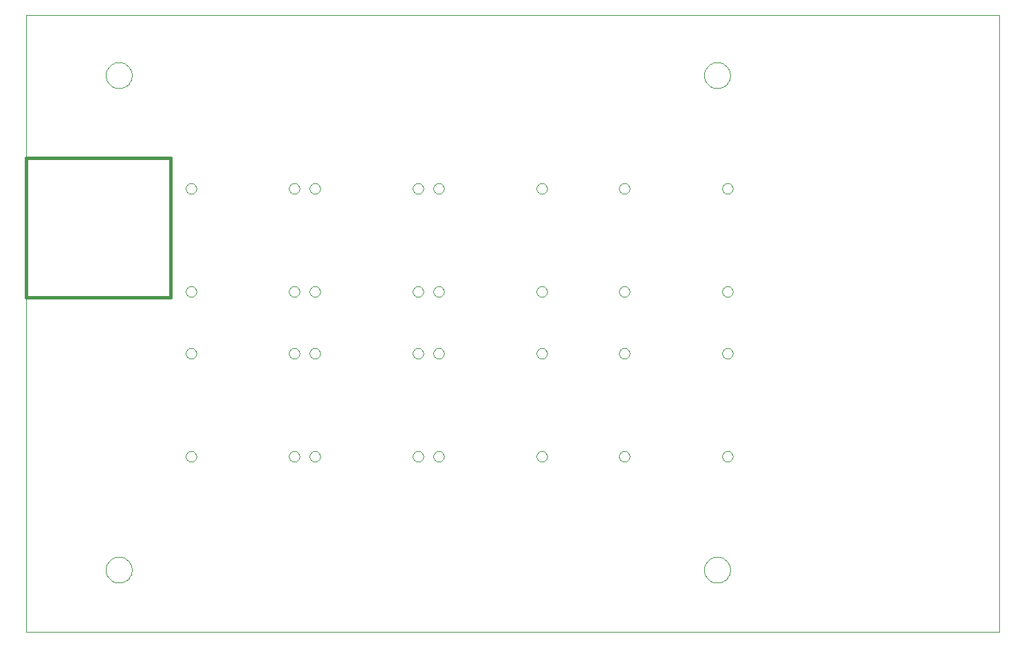
<source format=gtp>
G75*
G70*
%OFA0B0*%
%FSLAX24Y24*%
%IPPOS*%
%LPD*%
%AMOC8*
5,1,8,0,0,1.08239X$1,22.5*
%
%ADD10C,0.0000*%
%ADD11C,0.0160*%
D10*
X000180Y000180D02*
X000180Y016400D01*
X000180Y030101D01*
X047361Y030101D01*
X047361Y000180D01*
X000180Y000180D01*
X004050Y003180D02*
X004052Y003230D01*
X004058Y003280D01*
X004068Y003329D01*
X004082Y003377D01*
X004099Y003424D01*
X004120Y003469D01*
X004145Y003513D01*
X004173Y003554D01*
X004205Y003593D01*
X004239Y003630D01*
X004276Y003664D01*
X004316Y003694D01*
X004358Y003721D01*
X004402Y003745D01*
X004448Y003766D01*
X004495Y003782D01*
X004543Y003795D01*
X004593Y003804D01*
X004642Y003809D01*
X004693Y003810D01*
X004743Y003807D01*
X004792Y003800D01*
X004841Y003789D01*
X004889Y003774D01*
X004935Y003756D01*
X004980Y003734D01*
X005023Y003708D01*
X005064Y003679D01*
X005103Y003647D01*
X005139Y003612D01*
X005171Y003574D01*
X005201Y003534D01*
X005228Y003491D01*
X005251Y003447D01*
X005270Y003401D01*
X005286Y003353D01*
X005298Y003304D01*
X005306Y003255D01*
X005310Y003205D01*
X005310Y003155D01*
X005306Y003105D01*
X005298Y003056D01*
X005286Y003007D01*
X005270Y002959D01*
X005251Y002913D01*
X005228Y002869D01*
X005201Y002826D01*
X005171Y002786D01*
X005139Y002748D01*
X005103Y002713D01*
X005064Y002681D01*
X005023Y002652D01*
X004980Y002626D01*
X004935Y002604D01*
X004889Y002586D01*
X004841Y002571D01*
X004792Y002560D01*
X004743Y002553D01*
X004693Y002550D01*
X004642Y002551D01*
X004593Y002556D01*
X004543Y002565D01*
X004495Y002578D01*
X004448Y002594D01*
X004402Y002615D01*
X004358Y002639D01*
X004316Y002666D01*
X004276Y002696D01*
X004239Y002730D01*
X004205Y002767D01*
X004173Y002806D01*
X004145Y002847D01*
X004120Y002891D01*
X004099Y002936D01*
X004082Y002983D01*
X004068Y003031D01*
X004058Y003080D01*
X004052Y003130D01*
X004050Y003180D01*
X007924Y008680D02*
X007926Y008711D01*
X007932Y008742D01*
X007941Y008772D01*
X007954Y008801D01*
X007971Y008828D01*
X007991Y008852D01*
X008013Y008874D01*
X008039Y008893D01*
X008066Y008909D01*
X008095Y008921D01*
X008125Y008930D01*
X008156Y008935D01*
X008188Y008936D01*
X008219Y008933D01*
X008250Y008926D01*
X008280Y008916D01*
X008308Y008902D01*
X008334Y008884D01*
X008358Y008864D01*
X008379Y008840D01*
X008398Y008815D01*
X008413Y008787D01*
X008424Y008758D01*
X008432Y008727D01*
X008436Y008696D01*
X008436Y008664D01*
X008432Y008633D01*
X008424Y008602D01*
X008413Y008573D01*
X008398Y008545D01*
X008379Y008520D01*
X008358Y008496D01*
X008334Y008476D01*
X008308Y008458D01*
X008280Y008444D01*
X008250Y008434D01*
X008219Y008427D01*
X008188Y008424D01*
X008156Y008425D01*
X008125Y008430D01*
X008095Y008439D01*
X008066Y008451D01*
X008039Y008467D01*
X008013Y008486D01*
X007991Y008508D01*
X007971Y008532D01*
X007954Y008559D01*
X007941Y008588D01*
X007932Y008618D01*
X007926Y008649D01*
X007924Y008680D01*
X012924Y008680D02*
X012926Y008711D01*
X012932Y008742D01*
X012941Y008772D01*
X012954Y008801D01*
X012971Y008828D01*
X012991Y008852D01*
X013013Y008874D01*
X013039Y008893D01*
X013066Y008909D01*
X013095Y008921D01*
X013125Y008930D01*
X013156Y008935D01*
X013188Y008936D01*
X013219Y008933D01*
X013250Y008926D01*
X013280Y008916D01*
X013308Y008902D01*
X013334Y008884D01*
X013358Y008864D01*
X013379Y008840D01*
X013398Y008815D01*
X013413Y008787D01*
X013424Y008758D01*
X013432Y008727D01*
X013436Y008696D01*
X013436Y008664D01*
X013432Y008633D01*
X013424Y008602D01*
X013413Y008573D01*
X013398Y008545D01*
X013379Y008520D01*
X013358Y008496D01*
X013334Y008476D01*
X013308Y008458D01*
X013280Y008444D01*
X013250Y008434D01*
X013219Y008427D01*
X013188Y008424D01*
X013156Y008425D01*
X013125Y008430D01*
X013095Y008439D01*
X013066Y008451D01*
X013039Y008467D01*
X013013Y008486D01*
X012991Y008508D01*
X012971Y008532D01*
X012954Y008559D01*
X012941Y008588D01*
X012932Y008618D01*
X012926Y008649D01*
X012924Y008680D01*
X013924Y008680D02*
X013926Y008711D01*
X013932Y008742D01*
X013941Y008772D01*
X013954Y008801D01*
X013971Y008828D01*
X013991Y008852D01*
X014013Y008874D01*
X014039Y008893D01*
X014066Y008909D01*
X014095Y008921D01*
X014125Y008930D01*
X014156Y008935D01*
X014188Y008936D01*
X014219Y008933D01*
X014250Y008926D01*
X014280Y008916D01*
X014308Y008902D01*
X014334Y008884D01*
X014358Y008864D01*
X014379Y008840D01*
X014398Y008815D01*
X014413Y008787D01*
X014424Y008758D01*
X014432Y008727D01*
X014436Y008696D01*
X014436Y008664D01*
X014432Y008633D01*
X014424Y008602D01*
X014413Y008573D01*
X014398Y008545D01*
X014379Y008520D01*
X014358Y008496D01*
X014334Y008476D01*
X014308Y008458D01*
X014280Y008444D01*
X014250Y008434D01*
X014219Y008427D01*
X014188Y008424D01*
X014156Y008425D01*
X014125Y008430D01*
X014095Y008439D01*
X014066Y008451D01*
X014039Y008467D01*
X014013Y008486D01*
X013991Y008508D01*
X013971Y008532D01*
X013954Y008559D01*
X013941Y008588D01*
X013932Y008618D01*
X013926Y008649D01*
X013924Y008680D01*
X018924Y008680D02*
X018926Y008711D01*
X018932Y008742D01*
X018941Y008772D01*
X018954Y008801D01*
X018971Y008828D01*
X018991Y008852D01*
X019013Y008874D01*
X019039Y008893D01*
X019066Y008909D01*
X019095Y008921D01*
X019125Y008930D01*
X019156Y008935D01*
X019188Y008936D01*
X019219Y008933D01*
X019250Y008926D01*
X019280Y008916D01*
X019308Y008902D01*
X019334Y008884D01*
X019358Y008864D01*
X019379Y008840D01*
X019398Y008815D01*
X019413Y008787D01*
X019424Y008758D01*
X019432Y008727D01*
X019436Y008696D01*
X019436Y008664D01*
X019432Y008633D01*
X019424Y008602D01*
X019413Y008573D01*
X019398Y008545D01*
X019379Y008520D01*
X019358Y008496D01*
X019334Y008476D01*
X019308Y008458D01*
X019280Y008444D01*
X019250Y008434D01*
X019219Y008427D01*
X019188Y008424D01*
X019156Y008425D01*
X019125Y008430D01*
X019095Y008439D01*
X019066Y008451D01*
X019039Y008467D01*
X019013Y008486D01*
X018991Y008508D01*
X018971Y008532D01*
X018954Y008559D01*
X018941Y008588D01*
X018932Y008618D01*
X018926Y008649D01*
X018924Y008680D01*
X019924Y008680D02*
X019926Y008711D01*
X019932Y008742D01*
X019941Y008772D01*
X019954Y008801D01*
X019971Y008828D01*
X019991Y008852D01*
X020013Y008874D01*
X020039Y008893D01*
X020066Y008909D01*
X020095Y008921D01*
X020125Y008930D01*
X020156Y008935D01*
X020188Y008936D01*
X020219Y008933D01*
X020250Y008926D01*
X020280Y008916D01*
X020308Y008902D01*
X020334Y008884D01*
X020358Y008864D01*
X020379Y008840D01*
X020398Y008815D01*
X020413Y008787D01*
X020424Y008758D01*
X020432Y008727D01*
X020436Y008696D01*
X020436Y008664D01*
X020432Y008633D01*
X020424Y008602D01*
X020413Y008573D01*
X020398Y008545D01*
X020379Y008520D01*
X020358Y008496D01*
X020334Y008476D01*
X020308Y008458D01*
X020280Y008444D01*
X020250Y008434D01*
X020219Y008427D01*
X020188Y008424D01*
X020156Y008425D01*
X020125Y008430D01*
X020095Y008439D01*
X020066Y008451D01*
X020039Y008467D01*
X020013Y008486D01*
X019991Y008508D01*
X019971Y008532D01*
X019954Y008559D01*
X019941Y008588D01*
X019932Y008618D01*
X019926Y008649D01*
X019924Y008680D01*
X024924Y008680D02*
X024926Y008711D01*
X024932Y008742D01*
X024941Y008772D01*
X024954Y008801D01*
X024971Y008828D01*
X024991Y008852D01*
X025013Y008874D01*
X025039Y008893D01*
X025066Y008909D01*
X025095Y008921D01*
X025125Y008930D01*
X025156Y008935D01*
X025188Y008936D01*
X025219Y008933D01*
X025250Y008926D01*
X025280Y008916D01*
X025308Y008902D01*
X025334Y008884D01*
X025358Y008864D01*
X025379Y008840D01*
X025398Y008815D01*
X025413Y008787D01*
X025424Y008758D01*
X025432Y008727D01*
X025436Y008696D01*
X025436Y008664D01*
X025432Y008633D01*
X025424Y008602D01*
X025413Y008573D01*
X025398Y008545D01*
X025379Y008520D01*
X025358Y008496D01*
X025334Y008476D01*
X025308Y008458D01*
X025280Y008444D01*
X025250Y008434D01*
X025219Y008427D01*
X025188Y008424D01*
X025156Y008425D01*
X025125Y008430D01*
X025095Y008439D01*
X025066Y008451D01*
X025039Y008467D01*
X025013Y008486D01*
X024991Y008508D01*
X024971Y008532D01*
X024954Y008559D01*
X024941Y008588D01*
X024932Y008618D01*
X024926Y008649D01*
X024924Y008680D01*
X028924Y008680D02*
X028926Y008711D01*
X028932Y008742D01*
X028941Y008772D01*
X028954Y008801D01*
X028971Y008828D01*
X028991Y008852D01*
X029013Y008874D01*
X029039Y008893D01*
X029066Y008909D01*
X029095Y008921D01*
X029125Y008930D01*
X029156Y008935D01*
X029188Y008936D01*
X029219Y008933D01*
X029250Y008926D01*
X029280Y008916D01*
X029308Y008902D01*
X029334Y008884D01*
X029358Y008864D01*
X029379Y008840D01*
X029398Y008815D01*
X029413Y008787D01*
X029424Y008758D01*
X029432Y008727D01*
X029436Y008696D01*
X029436Y008664D01*
X029432Y008633D01*
X029424Y008602D01*
X029413Y008573D01*
X029398Y008545D01*
X029379Y008520D01*
X029358Y008496D01*
X029334Y008476D01*
X029308Y008458D01*
X029280Y008444D01*
X029250Y008434D01*
X029219Y008427D01*
X029188Y008424D01*
X029156Y008425D01*
X029125Y008430D01*
X029095Y008439D01*
X029066Y008451D01*
X029039Y008467D01*
X029013Y008486D01*
X028991Y008508D01*
X028971Y008532D01*
X028954Y008559D01*
X028941Y008588D01*
X028932Y008618D01*
X028926Y008649D01*
X028924Y008680D01*
X033924Y008680D02*
X033926Y008711D01*
X033932Y008742D01*
X033941Y008772D01*
X033954Y008801D01*
X033971Y008828D01*
X033991Y008852D01*
X034013Y008874D01*
X034039Y008893D01*
X034066Y008909D01*
X034095Y008921D01*
X034125Y008930D01*
X034156Y008935D01*
X034188Y008936D01*
X034219Y008933D01*
X034250Y008926D01*
X034280Y008916D01*
X034308Y008902D01*
X034334Y008884D01*
X034358Y008864D01*
X034379Y008840D01*
X034398Y008815D01*
X034413Y008787D01*
X034424Y008758D01*
X034432Y008727D01*
X034436Y008696D01*
X034436Y008664D01*
X034432Y008633D01*
X034424Y008602D01*
X034413Y008573D01*
X034398Y008545D01*
X034379Y008520D01*
X034358Y008496D01*
X034334Y008476D01*
X034308Y008458D01*
X034280Y008444D01*
X034250Y008434D01*
X034219Y008427D01*
X034188Y008424D01*
X034156Y008425D01*
X034125Y008430D01*
X034095Y008439D01*
X034066Y008451D01*
X034039Y008467D01*
X034013Y008486D01*
X033991Y008508D01*
X033971Y008532D01*
X033954Y008559D01*
X033941Y008588D01*
X033932Y008618D01*
X033926Y008649D01*
X033924Y008680D01*
X033924Y013680D02*
X033926Y013711D01*
X033932Y013742D01*
X033941Y013772D01*
X033954Y013801D01*
X033971Y013828D01*
X033991Y013852D01*
X034013Y013874D01*
X034039Y013893D01*
X034066Y013909D01*
X034095Y013921D01*
X034125Y013930D01*
X034156Y013935D01*
X034188Y013936D01*
X034219Y013933D01*
X034250Y013926D01*
X034280Y013916D01*
X034308Y013902D01*
X034334Y013884D01*
X034358Y013864D01*
X034379Y013840D01*
X034398Y013815D01*
X034413Y013787D01*
X034424Y013758D01*
X034432Y013727D01*
X034436Y013696D01*
X034436Y013664D01*
X034432Y013633D01*
X034424Y013602D01*
X034413Y013573D01*
X034398Y013545D01*
X034379Y013520D01*
X034358Y013496D01*
X034334Y013476D01*
X034308Y013458D01*
X034280Y013444D01*
X034250Y013434D01*
X034219Y013427D01*
X034188Y013424D01*
X034156Y013425D01*
X034125Y013430D01*
X034095Y013439D01*
X034066Y013451D01*
X034039Y013467D01*
X034013Y013486D01*
X033991Y013508D01*
X033971Y013532D01*
X033954Y013559D01*
X033941Y013588D01*
X033932Y013618D01*
X033926Y013649D01*
X033924Y013680D01*
X033924Y016680D02*
X033926Y016711D01*
X033932Y016742D01*
X033941Y016772D01*
X033954Y016801D01*
X033971Y016828D01*
X033991Y016852D01*
X034013Y016874D01*
X034039Y016893D01*
X034066Y016909D01*
X034095Y016921D01*
X034125Y016930D01*
X034156Y016935D01*
X034188Y016936D01*
X034219Y016933D01*
X034250Y016926D01*
X034280Y016916D01*
X034308Y016902D01*
X034334Y016884D01*
X034358Y016864D01*
X034379Y016840D01*
X034398Y016815D01*
X034413Y016787D01*
X034424Y016758D01*
X034432Y016727D01*
X034436Y016696D01*
X034436Y016664D01*
X034432Y016633D01*
X034424Y016602D01*
X034413Y016573D01*
X034398Y016545D01*
X034379Y016520D01*
X034358Y016496D01*
X034334Y016476D01*
X034308Y016458D01*
X034280Y016444D01*
X034250Y016434D01*
X034219Y016427D01*
X034188Y016424D01*
X034156Y016425D01*
X034125Y016430D01*
X034095Y016439D01*
X034066Y016451D01*
X034039Y016467D01*
X034013Y016486D01*
X033991Y016508D01*
X033971Y016532D01*
X033954Y016559D01*
X033941Y016588D01*
X033932Y016618D01*
X033926Y016649D01*
X033924Y016680D01*
X028924Y016680D02*
X028926Y016711D01*
X028932Y016742D01*
X028941Y016772D01*
X028954Y016801D01*
X028971Y016828D01*
X028991Y016852D01*
X029013Y016874D01*
X029039Y016893D01*
X029066Y016909D01*
X029095Y016921D01*
X029125Y016930D01*
X029156Y016935D01*
X029188Y016936D01*
X029219Y016933D01*
X029250Y016926D01*
X029280Y016916D01*
X029308Y016902D01*
X029334Y016884D01*
X029358Y016864D01*
X029379Y016840D01*
X029398Y016815D01*
X029413Y016787D01*
X029424Y016758D01*
X029432Y016727D01*
X029436Y016696D01*
X029436Y016664D01*
X029432Y016633D01*
X029424Y016602D01*
X029413Y016573D01*
X029398Y016545D01*
X029379Y016520D01*
X029358Y016496D01*
X029334Y016476D01*
X029308Y016458D01*
X029280Y016444D01*
X029250Y016434D01*
X029219Y016427D01*
X029188Y016424D01*
X029156Y016425D01*
X029125Y016430D01*
X029095Y016439D01*
X029066Y016451D01*
X029039Y016467D01*
X029013Y016486D01*
X028991Y016508D01*
X028971Y016532D01*
X028954Y016559D01*
X028941Y016588D01*
X028932Y016618D01*
X028926Y016649D01*
X028924Y016680D01*
X024924Y016680D02*
X024926Y016711D01*
X024932Y016742D01*
X024941Y016772D01*
X024954Y016801D01*
X024971Y016828D01*
X024991Y016852D01*
X025013Y016874D01*
X025039Y016893D01*
X025066Y016909D01*
X025095Y016921D01*
X025125Y016930D01*
X025156Y016935D01*
X025188Y016936D01*
X025219Y016933D01*
X025250Y016926D01*
X025280Y016916D01*
X025308Y016902D01*
X025334Y016884D01*
X025358Y016864D01*
X025379Y016840D01*
X025398Y016815D01*
X025413Y016787D01*
X025424Y016758D01*
X025432Y016727D01*
X025436Y016696D01*
X025436Y016664D01*
X025432Y016633D01*
X025424Y016602D01*
X025413Y016573D01*
X025398Y016545D01*
X025379Y016520D01*
X025358Y016496D01*
X025334Y016476D01*
X025308Y016458D01*
X025280Y016444D01*
X025250Y016434D01*
X025219Y016427D01*
X025188Y016424D01*
X025156Y016425D01*
X025125Y016430D01*
X025095Y016439D01*
X025066Y016451D01*
X025039Y016467D01*
X025013Y016486D01*
X024991Y016508D01*
X024971Y016532D01*
X024954Y016559D01*
X024941Y016588D01*
X024932Y016618D01*
X024926Y016649D01*
X024924Y016680D01*
X024924Y013680D02*
X024926Y013711D01*
X024932Y013742D01*
X024941Y013772D01*
X024954Y013801D01*
X024971Y013828D01*
X024991Y013852D01*
X025013Y013874D01*
X025039Y013893D01*
X025066Y013909D01*
X025095Y013921D01*
X025125Y013930D01*
X025156Y013935D01*
X025188Y013936D01*
X025219Y013933D01*
X025250Y013926D01*
X025280Y013916D01*
X025308Y013902D01*
X025334Y013884D01*
X025358Y013864D01*
X025379Y013840D01*
X025398Y013815D01*
X025413Y013787D01*
X025424Y013758D01*
X025432Y013727D01*
X025436Y013696D01*
X025436Y013664D01*
X025432Y013633D01*
X025424Y013602D01*
X025413Y013573D01*
X025398Y013545D01*
X025379Y013520D01*
X025358Y013496D01*
X025334Y013476D01*
X025308Y013458D01*
X025280Y013444D01*
X025250Y013434D01*
X025219Y013427D01*
X025188Y013424D01*
X025156Y013425D01*
X025125Y013430D01*
X025095Y013439D01*
X025066Y013451D01*
X025039Y013467D01*
X025013Y013486D01*
X024991Y013508D01*
X024971Y013532D01*
X024954Y013559D01*
X024941Y013588D01*
X024932Y013618D01*
X024926Y013649D01*
X024924Y013680D01*
X028924Y013680D02*
X028926Y013711D01*
X028932Y013742D01*
X028941Y013772D01*
X028954Y013801D01*
X028971Y013828D01*
X028991Y013852D01*
X029013Y013874D01*
X029039Y013893D01*
X029066Y013909D01*
X029095Y013921D01*
X029125Y013930D01*
X029156Y013935D01*
X029188Y013936D01*
X029219Y013933D01*
X029250Y013926D01*
X029280Y013916D01*
X029308Y013902D01*
X029334Y013884D01*
X029358Y013864D01*
X029379Y013840D01*
X029398Y013815D01*
X029413Y013787D01*
X029424Y013758D01*
X029432Y013727D01*
X029436Y013696D01*
X029436Y013664D01*
X029432Y013633D01*
X029424Y013602D01*
X029413Y013573D01*
X029398Y013545D01*
X029379Y013520D01*
X029358Y013496D01*
X029334Y013476D01*
X029308Y013458D01*
X029280Y013444D01*
X029250Y013434D01*
X029219Y013427D01*
X029188Y013424D01*
X029156Y013425D01*
X029125Y013430D01*
X029095Y013439D01*
X029066Y013451D01*
X029039Y013467D01*
X029013Y013486D01*
X028991Y013508D01*
X028971Y013532D01*
X028954Y013559D01*
X028941Y013588D01*
X028932Y013618D01*
X028926Y013649D01*
X028924Y013680D01*
X019924Y013680D02*
X019926Y013711D01*
X019932Y013742D01*
X019941Y013772D01*
X019954Y013801D01*
X019971Y013828D01*
X019991Y013852D01*
X020013Y013874D01*
X020039Y013893D01*
X020066Y013909D01*
X020095Y013921D01*
X020125Y013930D01*
X020156Y013935D01*
X020188Y013936D01*
X020219Y013933D01*
X020250Y013926D01*
X020280Y013916D01*
X020308Y013902D01*
X020334Y013884D01*
X020358Y013864D01*
X020379Y013840D01*
X020398Y013815D01*
X020413Y013787D01*
X020424Y013758D01*
X020432Y013727D01*
X020436Y013696D01*
X020436Y013664D01*
X020432Y013633D01*
X020424Y013602D01*
X020413Y013573D01*
X020398Y013545D01*
X020379Y013520D01*
X020358Y013496D01*
X020334Y013476D01*
X020308Y013458D01*
X020280Y013444D01*
X020250Y013434D01*
X020219Y013427D01*
X020188Y013424D01*
X020156Y013425D01*
X020125Y013430D01*
X020095Y013439D01*
X020066Y013451D01*
X020039Y013467D01*
X020013Y013486D01*
X019991Y013508D01*
X019971Y013532D01*
X019954Y013559D01*
X019941Y013588D01*
X019932Y013618D01*
X019926Y013649D01*
X019924Y013680D01*
X018924Y013680D02*
X018926Y013711D01*
X018932Y013742D01*
X018941Y013772D01*
X018954Y013801D01*
X018971Y013828D01*
X018991Y013852D01*
X019013Y013874D01*
X019039Y013893D01*
X019066Y013909D01*
X019095Y013921D01*
X019125Y013930D01*
X019156Y013935D01*
X019188Y013936D01*
X019219Y013933D01*
X019250Y013926D01*
X019280Y013916D01*
X019308Y013902D01*
X019334Y013884D01*
X019358Y013864D01*
X019379Y013840D01*
X019398Y013815D01*
X019413Y013787D01*
X019424Y013758D01*
X019432Y013727D01*
X019436Y013696D01*
X019436Y013664D01*
X019432Y013633D01*
X019424Y013602D01*
X019413Y013573D01*
X019398Y013545D01*
X019379Y013520D01*
X019358Y013496D01*
X019334Y013476D01*
X019308Y013458D01*
X019280Y013444D01*
X019250Y013434D01*
X019219Y013427D01*
X019188Y013424D01*
X019156Y013425D01*
X019125Y013430D01*
X019095Y013439D01*
X019066Y013451D01*
X019039Y013467D01*
X019013Y013486D01*
X018991Y013508D01*
X018971Y013532D01*
X018954Y013559D01*
X018941Y013588D01*
X018932Y013618D01*
X018926Y013649D01*
X018924Y013680D01*
X018924Y016680D02*
X018926Y016711D01*
X018932Y016742D01*
X018941Y016772D01*
X018954Y016801D01*
X018971Y016828D01*
X018991Y016852D01*
X019013Y016874D01*
X019039Y016893D01*
X019066Y016909D01*
X019095Y016921D01*
X019125Y016930D01*
X019156Y016935D01*
X019188Y016936D01*
X019219Y016933D01*
X019250Y016926D01*
X019280Y016916D01*
X019308Y016902D01*
X019334Y016884D01*
X019358Y016864D01*
X019379Y016840D01*
X019398Y016815D01*
X019413Y016787D01*
X019424Y016758D01*
X019432Y016727D01*
X019436Y016696D01*
X019436Y016664D01*
X019432Y016633D01*
X019424Y016602D01*
X019413Y016573D01*
X019398Y016545D01*
X019379Y016520D01*
X019358Y016496D01*
X019334Y016476D01*
X019308Y016458D01*
X019280Y016444D01*
X019250Y016434D01*
X019219Y016427D01*
X019188Y016424D01*
X019156Y016425D01*
X019125Y016430D01*
X019095Y016439D01*
X019066Y016451D01*
X019039Y016467D01*
X019013Y016486D01*
X018991Y016508D01*
X018971Y016532D01*
X018954Y016559D01*
X018941Y016588D01*
X018932Y016618D01*
X018926Y016649D01*
X018924Y016680D01*
X019924Y016680D02*
X019926Y016711D01*
X019932Y016742D01*
X019941Y016772D01*
X019954Y016801D01*
X019971Y016828D01*
X019991Y016852D01*
X020013Y016874D01*
X020039Y016893D01*
X020066Y016909D01*
X020095Y016921D01*
X020125Y016930D01*
X020156Y016935D01*
X020188Y016936D01*
X020219Y016933D01*
X020250Y016926D01*
X020280Y016916D01*
X020308Y016902D01*
X020334Y016884D01*
X020358Y016864D01*
X020379Y016840D01*
X020398Y016815D01*
X020413Y016787D01*
X020424Y016758D01*
X020432Y016727D01*
X020436Y016696D01*
X020436Y016664D01*
X020432Y016633D01*
X020424Y016602D01*
X020413Y016573D01*
X020398Y016545D01*
X020379Y016520D01*
X020358Y016496D01*
X020334Y016476D01*
X020308Y016458D01*
X020280Y016444D01*
X020250Y016434D01*
X020219Y016427D01*
X020188Y016424D01*
X020156Y016425D01*
X020125Y016430D01*
X020095Y016439D01*
X020066Y016451D01*
X020039Y016467D01*
X020013Y016486D01*
X019991Y016508D01*
X019971Y016532D01*
X019954Y016559D01*
X019941Y016588D01*
X019932Y016618D01*
X019926Y016649D01*
X019924Y016680D01*
X013924Y016680D02*
X013926Y016711D01*
X013932Y016742D01*
X013941Y016772D01*
X013954Y016801D01*
X013971Y016828D01*
X013991Y016852D01*
X014013Y016874D01*
X014039Y016893D01*
X014066Y016909D01*
X014095Y016921D01*
X014125Y016930D01*
X014156Y016935D01*
X014188Y016936D01*
X014219Y016933D01*
X014250Y016926D01*
X014280Y016916D01*
X014308Y016902D01*
X014334Y016884D01*
X014358Y016864D01*
X014379Y016840D01*
X014398Y016815D01*
X014413Y016787D01*
X014424Y016758D01*
X014432Y016727D01*
X014436Y016696D01*
X014436Y016664D01*
X014432Y016633D01*
X014424Y016602D01*
X014413Y016573D01*
X014398Y016545D01*
X014379Y016520D01*
X014358Y016496D01*
X014334Y016476D01*
X014308Y016458D01*
X014280Y016444D01*
X014250Y016434D01*
X014219Y016427D01*
X014188Y016424D01*
X014156Y016425D01*
X014125Y016430D01*
X014095Y016439D01*
X014066Y016451D01*
X014039Y016467D01*
X014013Y016486D01*
X013991Y016508D01*
X013971Y016532D01*
X013954Y016559D01*
X013941Y016588D01*
X013932Y016618D01*
X013926Y016649D01*
X013924Y016680D01*
X012924Y016680D02*
X012926Y016711D01*
X012932Y016742D01*
X012941Y016772D01*
X012954Y016801D01*
X012971Y016828D01*
X012991Y016852D01*
X013013Y016874D01*
X013039Y016893D01*
X013066Y016909D01*
X013095Y016921D01*
X013125Y016930D01*
X013156Y016935D01*
X013188Y016936D01*
X013219Y016933D01*
X013250Y016926D01*
X013280Y016916D01*
X013308Y016902D01*
X013334Y016884D01*
X013358Y016864D01*
X013379Y016840D01*
X013398Y016815D01*
X013413Y016787D01*
X013424Y016758D01*
X013432Y016727D01*
X013436Y016696D01*
X013436Y016664D01*
X013432Y016633D01*
X013424Y016602D01*
X013413Y016573D01*
X013398Y016545D01*
X013379Y016520D01*
X013358Y016496D01*
X013334Y016476D01*
X013308Y016458D01*
X013280Y016444D01*
X013250Y016434D01*
X013219Y016427D01*
X013188Y016424D01*
X013156Y016425D01*
X013125Y016430D01*
X013095Y016439D01*
X013066Y016451D01*
X013039Y016467D01*
X013013Y016486D01*
X012991Y016508D01*
X012971Y016532D01*
X012954Y016559D01*
X012941Y016588D01*
X012932Y016618D01*
X012926Y016649D01*
X012924Y016680D01*
X012924Y013680D02*
X012926Y013711D01*
X012932Y013742D01*
X012941Y013772D01*
X012954Y013801D01*
X012971Y013828D01*
X012991Y013852D01*
X013013Y013874D01*
X013039Y013893D01*
X013066Y013909D01*
X013095Y013921D01*
X013125Y013930D01*
X013156Y013935D01*
X013188Y013936D01*
X013219Y013933D01*
X013250Y013926D01*
X013280Y013916D01*
X013308Y013902D01*
X013334Y013884D01*
X013358Y013864D01*
X013379Y013840D01*
X013398Y013815D01*
X013413Y013787D01*
X013424Y013758D01*
X013432Y013727D01*
X013436Y013696D01*
X013436Y013664D01*
X013432Y013633D01*
X013424Y013602D01*
X013413Y013573D01*
X013398Y013545D01*
X013379Y013520D01*
X013358Y013496D01*
X013334Y013476D01*
X013308Y013458D01*
X013280Y013444D01*
X013250Y013434D01*
X013219Y013427D01*
X013188Y013424D01*
X013156Y013425D01*
X013125Y013430D01*
X013095Y013439D01*
X013066Y013451D01*
X013039Y013467D01*
X013013Y013486D01*
X012991Y013508D01*
X012971Y013532D01*
X012954Y013559D01*
X012941Y013588D01*
X012932Y013618D01*
X012926Y013649D01*
X012924Y013680D01*
X013924Y013680D02*
X013926Y013711D01*
X013932Y013742D01*
X013941Y013772D01*
X013954Y013801D01*
X013971Y013828D01*
X013991Y013852D01*
X014013Y013874D01*
X014039Y013893D01*
X014066Y013909D01*
X014095Y013921D01*
X014125Y013930D01*
X014156Y013935D01*
X014188Y013936D01*
X014219Y013933D01*
X014250Y013926D01*
X014280Y013916D01*
X014308Y013902D01*
X014334Y013884D01*
X014358Y013864D01*
X014379Y013840D01*
X014398Y013815D01*
X014413Y013787D01*
X014424Y013758D01*
X014432Y013727D01*
X014436Y013696D01*
X014436Y013664D01*
X014432Y013633D01*
X014424Y013602D01*
X014413Y013573D01*
X014398Y013545D01*
X014379Y013520D01*
X014358Y013496D01*
X014334Y013476D01*
X014308Y013458D01*
X014280Y013444D01*
X014250Y013434D01*
X014219Y013427D01*
X014188Y013424D01*
X014156Y013425D01*
X014125Y013430D01*
X014095Y013439D01*
X014066Y013451D01*
X014039Y013467D01*
X014013Y013486D01*
X013991Y013508D01*
X013971Y013532D01*
X013954Y013559D01*
X013941Y013588D01*
X013932Y013618D01*
X013926Y013649D01*
X013924Y013680D01*
X007924Y013680D02*
X007926Y013711D01*
X007932Y013742D01*
X007941Y013772D01*
X007954Y013801D01*
X007971Y013828D01*
X007991Y013852D01*
X008013Y013874D01*
X008039Y013893D01*
X008066Y013909D01*
X008095Y013921D01*
X008125Y013930D01*
X008156Y013935D01*
X008188Y013936D01*
X008219Y013933D01*
X008250Y013926D01*
X008280Y013916D01*
X008308Y013902D01*
X008334Y013884D01*
X008358Y013864D01*
X008379Y013840D01*
X008398Y013815D01*
X008413Y013787D01*
X008424Y013758D01*
X008432Y013727D01*
X008436Y013696D01*
X008436Y013664D01*
X008432Y013633D01*
X008424Y013602D01*
X008413Y013573D01*
X008398Y013545D01*
X008379Y013520D01*
X008358Y013496D01*
X008334Y013476D01*
X008308Y013458D01*
X008280Y013444D01*
X008250Y013434D01*
X008219Y013427D01*
X008188Y013424D01*
X008156Y013425D01*
X008125Y013430D01*
X008095Y013439D01*
X008066Y013451D01*
X008039Y013467D01*
X008013Y013486D01*
X007991Y013508D01*
X007971Y013532D01*
X007954Y013559D01*
X007941Y013588D01*
X007932Y013618D01*
X007926Y013649D01*
X007924Y013680D01*
X007924Y016680D02*
X007926Y016711D01*
X007932Y016742D01*
X007941Y016772D01*
X007954Y016801D01*
X007971Y016828D01*
X007991Y016852D01*
X008013Y016874D01*
X008039Y016893D01*
X008066Y016909D01*
X008095Y016921D01*
X008125Y016930D01*
X008156Y016935D01*
X008188Y016936D01*
X008219Y016933D01*
X008250Y016926D01*
X008280Y016916D01*
X008308Y016902D01*
X008334Y016884D01*
X008358Y016864D01*
X008379Y016840D01*
X008398Y016815D01*
X008413Y016787D01*
X008424Y016758D01*
X008432Y016727D01*
X008436Y016696D01*
X008436Y016664D01*
X008432Y016633D01*
X008424Y016602D01*
X008413Y016573D01*
X008398Y016545D01*
X008379Y016520D01*
X008358Y016496D01*
X008334Y016476D01*
X008308Y016458D01*
X008280Y016444D01*
X008250Y016434D01*
X008219Y016427D01*
X008188Y016424D01*
X008156Y016425D01*
X008125Y016430D01*
X008095Y016439D01*
X008066Y016451D01*
X008039Y016467D01*
X008013Y016486D01*
X007991Y016508D01*
X007971Y016532D01*
X007954Y016559D01*
X007941Y016588D01*
X007932Y016618D01*
X007926Y016649D01*
X007924Y016680D01*
X007924Y021680D02*
X007926Y021711D01*
X007932Y021742D01*
X007941Y021772D01*
X007954Y021801D01*
X007971Y021828D01*
X007991Y021852D01*
X008013Y021874D01*
X008039Y021893D01*
X008066Y021909D01*
X008095Y021921D01*
X008125Y021930D01*
X008156Y021935D01*
X008188Y021936D01*
X008219Y021933D01*
X008250Y021926D01*
X008280Y021916D01*
X008308Y021902D01*
X008334Y021884D01*
X008358Y021864D01*
X008379Y021840D01*
X008398Y021815D01*
X008413Y021787D01*
X008424Y021758D01*
X008432Y021727D01*
X008436Y021696D01*
X008436Y021664D01*
X008432Y021633D01*
X008424Y021602D01*
X008413Y021573D01*
X008398Y021545D01*
X008379Y021520D01*
X008358Y021496D01*
X008334Y021476D01*
X008308Y021458D01*
X008280Y021444D01*
X008250Y021434D01*
X008219Y021427D01*
X008188Y021424D01*
X008156Y021425D01*
X008125Y021430D01*
X008095Y021439D01*
X008066Y021451D01*
X008039Y021467D01*
X008013Y021486D01*
X007991Y021508D01*
X007971Y021532D01*
X007954Y021559D01*
X007941Y021588D01*
X007932Y021618D01*
X007926Y021649D01*
X007924Y021680D01*
X012924Y021680D02*
X012926Y021711D01*
X012932Y021742D01*
X012941Y021772D01*
X012954Y021801D01*
X012971Y021828D01*
X012991Y021852D01*
X013013Y021874D01*
X013039Y021893D01*
X013066Y021909D01*
X013095Y021921D01*
X013125Y021930D01*
X013156Y021935D01*
X013188Y021936D01*
X013219Y021933D01*
X013250Y021926D01*
X013280Y021916D01*
X013308Y021902D01*
X013334Y021884D01*
X013358Y021864D01*
X013379Y021840D01*
X013398Y021815D01*
X013413Y021787D01*
X013424Y021758D01*
X013432Y021727D01*
X013436Y021696D01*
X013436Y021664D01*
X013432Y021633D01*
X013424Y021602D01*
X013413Y021573D01*
X013398Y021545D01*
X013379Y021520D01*
X013358Y021496D01*
X013334Y021476D01*
X013308Y021458D01*
X013280Y021444D01*
X013250Y021434D01*
X013219Y021427D01*
X013188Y021424D01*
X013156Y021425D01*
X013125Y021430D01*
X013095Y021439D01*
X013066Y021451D01*
X013039Y021467D01*
X013013Y021486D01*
X012991Y021508D01*
X012971Y021532D01*
X012954Y021559D01*
X012941Y021588D01*
X012932Y021618D01*
X012926Y021649D01*
X012924Y021680D01*
X013924Y021680D02*
X013926Y021711D01*
X013932Y021742D01*
X013941Y021772D01*
X013954Y021801D01*
X013971Y021828D01*
X013991Y021852D01*
X014013Y021874D01*
X014039Y021893D01*
X014066Y021909D01*
X014095Y021921D01*
X014125Y021930D01*
X014156Y021935D01*
X014188Y021936D01*
X014219Y021933D01*
X014250Y021926D01*
X014280Y021916D01*
X014308Y021902D01*
X014334Y021884D01*
X014358Y021864D01*
X014379Y021840D01*
X014398Y021815D01*
X014413Y021787D01*
X014424Y021758D01*
X014432Y021727D01*
X014436Y021696D01*
X014436Y021664D01*
X014432Y021633D01*
X014424Y021602D01*
X014413Y021573D01*
X014398Y021545D01*
X014379Y021520D01*
X014358Y021496D01*
X014334Y021476D01*
X014308Y021458D01*
X014280Y021444D01*
X014250Y021434D01*
X014219Y021427D01*
X014188Y021424D01*
X014156Y021425D01*
X014125Y021430D01*
X014095Y021439D01*
X014066Y021451D01*
X014039Y021467D01*
X014013Y021486D01*
X013991Y021508D01*
X013971Y021532D01*
X013954Y021559D01*
X013941Y021588D01*
X013932Y021618D01*
X013926Y021649D01*
X013924Y021680D01*
X018924Y021680D02*
X018926Y021711D01*
X018932Y021742D01*
X018941Y021772D01*
X018954Y021801D01*
X018971Y021828D01*
X018991Y021852D01*
X019013Y021874D01*
X019039Y021893D01*
X019066Y021909D01*
X019095Y021921D01*
X019125Y021930D01*
X019156Y021935D01*
X019188Y021936D01*
X019219Y021933D01*
X019250Y021926D01*
X019280Y021916D01*
X019308Y021902D01*
X019334Y021884D01*
X019358Y021864D01*
X019379Y021840D01*
X019398Y021815D01*
X019413Y021787D01*
X019424Y021758D01*
X019432Y021727D01*
X019436Y021696D01*
X019436Y021664D01*
X019432Y021633D01*
X019424Y021602D01*
X019413Y021573D01*
X019398Y021545D01*
X019379Y021520D01*
X019358Y021496D01*
X019334Y021476D01*
X019308Y021458D01*
X019280Y021444D01*
X019250Y021434D01*
X019219Y021427D01*
X019188Y021424D01*
X019156Y021425D01*
X019125Y021430D01*
X019095Y021439D01*
X019066Y021451D01*
X019039Y021467D01*
X019013Y021486D01*
X018991Y021508D01*
X018971Y021532D01*
X018954Y021559D01*
X018941Y021588D01*
X018932Y021618D01*
X018926Y021649D01*
X018924Y021680D01*
X019924Y021680D02*
X019926Y021711D01*
X019932Y021742D01*
X019941Y021772D01*
X019954Y021801D01*
X019971Y021828D01*
X019991Y021852D01*
X020013Y021874D01*
X020039Y021893D01*
X020066Y021909D01*
X020095Y021921D01*
X020125Y021930D01*
X020156Y021935D01*
X020188Y021936D01*
X020219Y021933D01*
X020250Y021926D01*
X020280Y021916D01*
X020308Y021902D01*
X020334Y021884D01*
X020358Y021864D01*
X020379Y021840D01*
X020398Y021815D01*
X020413Y021787D01*
X020424Y021758D01*
X020432Y021727D01*
X020436Y021696D01*
X020436Y021664D01*
X020432Y021633D01*
X020424Y021602D01*
X020413Y021573D01*
X020398Y021545D01*
X020379Y021520D01*
X020358Y021496D01*
X020334Y021476D01*
X020308Y021458D01*
X020280Y021444D01*
X020250Y021434D01*
X020219Y021427D01*
X020188Y021424D01*
X020156Y021425D01*
X020125Y021430D01*
X020095Y021439D01*
X020066Y021451D01*
X020039Y021467D01*
X020013Y021486D01*
X019991Y021508D01*
X019971Y021532D01*
X019954Y021559D01*
X019941Y021588D01*
X019932Y021618D01*
X019926Y021649D01*
X019924Y021680D01*
X024924Y021680D02*
X024926Y021711D01*
X024932Y021742D01*
X024941Y021772D01*
X024954Y021801D01*
X024971Y021828D01*
X024991Y021852D01*
X025013Y021874D01*
X025039Y021893D01*
X025066Y021909D01*
X025095Y021921D01*
X025125Y021930D01*
X025156Y021935D01*
X025188Y021936D01*
X025219Y021933D01*
X025250Y021926D01*
X025280Y021916D01*
X025308Y021902D01*
X025334Y021884D01*
X025358Y021864D01*
X025379Y021840D01*
X025398Y021815D01*
X025413Y021787D01*
X025424Y021758D01*
X025432Y021727D01*
X025436Y021696D01*
X025436Y021664D01*
X025432Y021633D01*
X025424Y021602D01*
X025413Y021573D01*
X025398Y021545D01*
X025379Y021520D01*
X025358Y021496D01*
X025334Y021476D01*
X025308Y021458D01*
X025280Y021444D01*
X025250Y021434D01*
X025219Y021427D01*
X025188Y021424D01*
X025156Y021425D01*
X025125Y021430D01*
X025095Y021439D01*
X025066Y021451D01*
X025039Y021467D01*
X025013Y021486D01*
X024991Y021508D01*
X024971Y021532D01*
X024954Y021559D01*
X024941Y021588D01*
X024932Y021618D01*
X024926Y021649D01*
X024924Y021680D01*
X028924Y021680D02*
X028926Y021711D01*
X028932Y021742D01*
X028941Y021772D01*
X028954Y021801D01*
X028971Y021828D01*
X028991Y021852D01*
X029013Y021874D01*
X029039Y021893D01*
X029066Y021909D01*
X029095Y021921D01*
X029125Y021930D01*
X029156Y021935D01*
X029188Y021936D01*
X029219Y021933D01*
X029250Y021926D01*
X029280Y021916D01*
X029308Y021902D01*
X029334Y021884D01*
X029358Y021864D01*
X029379Y021840D01*
X029398Y021815D01*
X029413Y021787D01*
X029424Y021758D01*
X029432Y021727D01*
X029436Y021696D01*
X029436Y021664D01*
X029432Y021633D01*
X029424Y021602D01*
X029413Y021573D01*
X029398Y021545D01*
X029379Y021520D01*
X029358Y021496D01*
X029334Y021476D01*
X029308Y021458D01*
X029280Y021444D01*
X029250Y021434D01*
X029219Y021427D01*
X029188Y021424D01*
X029156Y021425D01*
X029125Y021430D01*
X029095Y021439D01*
X029066Y021451D01*
X029039Y021467D01*
X029013Y021486D01*
X028991Y021508D01*
X028971Y021532D01*
X028954Y021559D01*
X028941Y021588D01*
X028932Y021618D01*
X028926Y021649D01*
X028924Y021680D01*
X033924Y021680D02*
X033926Y021711D01*
X033932Y021742D01*
X033941Y021772D01*
X033954Y021801D01*
X033971Y021828D01*
X033991Y021852D01*
X034013Y021874D01*
X034039Y021893D01*
X034066Y021909D01*
X034095Y021921D01*
X034125Y021930D01*
X034156Y021935D01*
X034188Y021936D01*
X034219Y021933D01*
X034250Y021926D01*
X034280Y021916D01*
X034308Y021902D01*
X034334Y021884D01*
X034358Y021864D01*
X034379Y021840D01*
X034398Y021815D01*
X034413Y021787D01*
X034424Y021758D01*
X034432Y021727D01*
X034436Y021696D01*
X034436Y021664D01*
X034432Y021633D01*
X034424Y021602D01*
X034413Y021573D01*
X034398Y021545D01*
X034379Y021520D01*
X034358Y021496D01*
X034334Y021476D01*
X034308Y021458D01*
X034280Y021444D01*
X034250Y021434D01*
X034219Y021427D01*
X034188Y021424D01*
X034156Y021425D01*
X034125Y021430D01*
X034095Y021439D01*
X034066Y021451D01*
X034039Y021467D01*
X034013Y021486D01*
X033991Y021508D01*
X033971Y021532D01*
X033954Y021559D01*
X033941Y021588D01*
X033932Y021618D01*
X033926Y021649D01*
X033924Y021680D01*
X033050Y027180D02*
X033052Y027230D01*
X033058Y027280D01*
X033068Y027329D01*
X033082Y027377D01*
X033099Y027424D01*
X033120Y027469D01*
X033145Y027513D01*
X033173Y027554D01*
X033205Y027593D01*
X033239Y027630D01*
X033276Y027664D01*
X033316Y027694D01*
X033358Y027721D01*
X033402Y027745D01*
X033448Y027766D01*
X033495Y027782D01*
X033543Y027795D01*
X033593Y027804D01*
X033642Y027809D01*
X033693Y027810D01*
X033743Y027807D01*
X033792Y027800D01*
X033841Y027789D01*
X033889Y027774D01*
X033935Y027756D01*
X033980Y027734D01*
X034023Y027708D01*
X034064Y027679D01*
X034103Y027647D01*
X034139Y027612D01*
X034171Y027574D01*
X034201Y027534D01*
X034228Y027491D01*
X034251Y027447D01*
X034270Y027401D01*
X034286Y027353D01*
X034298Y027304D01*
X034306Y027255D01*
X034310Y027205D01*
X034310Y027155D01*
X034306Y027105D01*
X034298Y027056D01*
X034286Y027007D01*
X034270Y026959D01*
X034251Y026913D01*
X034228Y026869D01*
X034201Y026826D01*
X034171Y026786D01*
X034139Y026748D01*
X034103Y026713D01*
X034064Y026681D01*
X034023Y026652D01*
X033980Y026626D01*
X033935Y026604D01*
X033889Y026586D01*
X033841Y026571D01*
X033792Y026560D01*
X033743Y026553D01*
X033693Y026550D01*
X033642Y026551D01*
X033593Y026556D01*
X033543Y026565D01*
X033495Y026578D01*
X033448Y026594D01*
X033402Y026615D01*
X033358Y026639D01*
X033316Y026666D01*
X033276Y026696D01*
X033239Y026730D01*
X033205Y026767D01*
X033173Y026806D01*
X033145Y026847D01*
X033120Y026891D01*
X033099Y026936D01*
X033082Y026983D01*
X033068Y027031D01*
X033058Y027080D01*
X033052Y027130D01*
X033050Y027180D01*
X004050Y027180D02*
X004052Y027230D01*
X004058Y027280D01*
X004068Y027329D01*
X004082Y027377D01*
X004099Y027424D01*
X004120Y027469D01*
X004145Y027513D01*
X004173Y027554D01*
X004205Y027593D01*
X004239Y027630D01*
X004276Y027664D01*
X004316Y027694D01*
X004358Y027721D01*
X004402Y027745D01*
X004448Y027766D01*
X004495Y027782D01*
X004543Y027795D01*
X004593Y027804D01*
X004642Y027809D01*
X004693Y027810D01*
X004743Y027807D01*
X004792Y027800D01*
X004841Y027789D01*
X004889Y027774D01*
X004935Y027756D01*
X004980Y027734D01*
X005023Y027708D01*
X005064Y027679D01*
X005103Y027647D01*
X005139Y027612D01*
X005171Y027574D01*
X005201Y027534D01*
X005228Y027491D01*
X005251Y027447D01*
X005270Y027401D01*
X005286Y027353D01*
X005298Y027304D01*
X005306Y027255D01*
X005310Y027205D01*
X005310Y027155D01*
X005306Y027105D01*
X005298Y027056D01*
X005286Y027007D01*
X005270Y026959D01*
X005251Y026913D01*
X005228Y026869D01*
X005201Y026826D01*
X005171Y026786D01*
X005139Y026748D01*
X005103Y026713D01*
X005064Y026681D01*
X005023Y026652D01*
X004980Y026626D01*
X004935Y026604D01*
X004889Y026586D01*
X004841Y026571D01*
X004792Y026560D01*
X004743Y026553D01*
X004693Y026550D01*
X004642Y026551D01*
X004593Y026556D01*
X004543Y026565D01*
X004495Y026578D01*
X004448Y026594D01*
X004402Y026615D01*
X004358Y026639D01*
X004316Y026666D01*
X004276Y026696D01*
X004239Y026730D01*
X004205Y026767D01*
X004173Y026806D01*
X004145Y026847D01*
X004120Y026891D01*
X004099Y026936D01*
X004082Y026983D01*
X004068Y027031D01*
X004058Y027080D01*
X004052Y027130D01*
X004050Y027180D01*
X033050Y003180D02*
X033052Y003230D01*
X033058Y003280D01*
X033068Y003329D01*
X033082Y003377D01*
X033099Y003424D01*
X033120Y003469D01*
X033145Y003513D01*
X033173Y003554D01*
X033205Y003593D01*
X033239Y003630D01*
X033276Y003664D01*
X033316Y003694D01*
X033358Y003721D01*
X033402Y003745D01*
X033448Y003766D01*
X033495Y003782D01*
X033543Y003795D01*
X033593Y003804D01*
X033642Y003809D01*
X033693Y003810D01*
X033743Y003807D01*
X033792Y003800D01*
X033841Y003789D01*
X033889Y003774D01*
X033935Y003756D01*
X033980Y003734D01*
X034023Y003708D01*
X034064Y003679D01*
X034103Y003647D01*
X034139Y003612D01*
X034171Y003574D01*
X034201Y003534D01*
X034228Y003491D01*
X034251Y003447D01*
X034270Y003401D01*
X034286Y003353D01*
X034298Y003304D01*
X034306Y003255D01*
X034310Y003205D01*
X034310Y003155D01*
X034306Y003105D01*
X034298Y003056D01*
X034286Y003007D01*
X034270Y002959D01*
X034251Y002913D01*
X034228Y002869D01*
X034201Y002826D01*
X034171Y002786D01*
X034139Y002748D01*
X034103Y002713D01*
X034064Y002681D01*
X034023Y002652D01*
X033980Y002626D01*
X033935Y002604D01*
X033889Y002586D01*
X033841Y002571D01*
X033792Y002560D01*
X033743Y002553D01*
X033693Y002550D01*
X033642Y002551D01*
X033593Y002556D01*
X033543Y002565D01*
X033495Y002578D01*
X033448Y002594D01*
X033402Y002615D01*
X033358Y002639D01*
X033316Y002666D01*
X033276Y002696D01*
X033239Y002730D01*
X033205Y002767D01*
X033173Y002806D01*
X033145Y002847D01*
X033120Y002891D01*
X033099Y002936D01*
X033082Y002983D01*
X033068Y003031D01*
X033058Y003080D01*
X033052Y003130D01*
X033050Y003180D01*
D11*
X007200Y016400D02*
X000180Y016400D01*
X000180Y023180D01*
X007200Y023180D01*
X007200Y016400D01*
M02*

</source>
